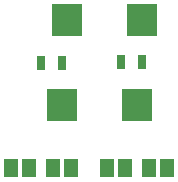
<source format=gbr>
G04 EAGLE Gerber RS-274X export*
G75*
%MOMM*%
%FSLAX34Y34*%
%LPD*%
%INSolderpaste Top*%
%IPPOS*%
%AMOC8*
5,1,8,0,0,1.08239X$1,22.5*%
G01*
%ADD10R,2.550000X2.700000*%
%ADD11R,0.800000X1.200000*%
%ADD12R,1.168400X1.600200*%


D10*
X253950Y177800D03*
X190550Y177800D03*
D11*
X190610Y213360D03*
X172610Y213360D03*
D10*
X194360Y250190D03*
X257760Y250190D03*
D11*
X257920Y214630D03*
X239920Y214630D03*
D12*
X147320Y124460D03*
X162560Y124460D03*
X264160Y124460D03*
X279400Y124460D03*
X228600Y124460D03*
X243840Y124460D03*
X182880Y124460D03*
X198120Y124460D03*
M02*

</source>
